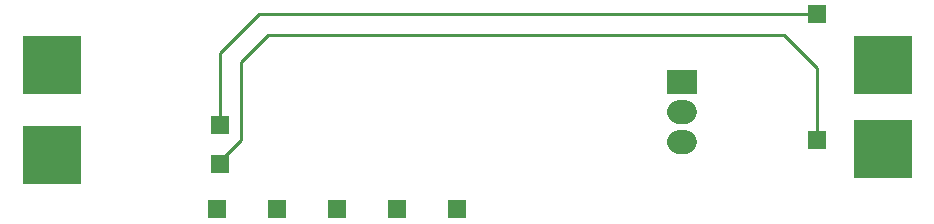
<source format=gbl>
G04 ---------------------------- Layer name :BOTTOM LAYER*
G04 EasyEDA v5.4.12, Tue, 22 May 2018 18:49:31 GMT*
G04 d7c983edca6a4b4588ebda3a34a87f28*
G04 Gerber Generator version 0.2*
G04 Scale: 100 percent, Rotated: No, Reflected: No *
G04 Dimensions in millimeters *
G04 leading zeros omitted , absolute positions ,3 integer and 3 decimal *
%FSLAX33Y33*%
%MOMM*%
G90*
G71D02*

%ADD10C,0.254000*%
%ADD21R,2.500000X2.000001*%
%ADD22R,1.574800X1.574800*%
%ADD23R,1.574800X1.575054*%
%ADD24R,4.999990X4.999990*%
%ADD25R,1.575054X1.575054*%
%ADD26C,2.000001*%

%LPD*%
G54D10*
G01X17780Y12954D02*
G01X17780Y19050D01*
G01X21082Y22352D01*
G01X68326Y22352D01*
G01X17780Y9652D02*
G01X17780Y9906D01*
G01X19558Y11684D01*
G01X19558Y18288D01*
G01X21844Y20574D01*
G01X65532Y20574D01*
G01X68326Y17780D01*
G01X68326Y11684D01*
G54D21*
G01X56896Y16637D03*
G54D22*
G01X27686Y5842D03*
G01X32766Y5842D03*
G01X22606Y5842D03*
G54D23*
G01X37846Y5842D03*
G54D22*
G01X17526Y5842D03*
G54D24*
G01X3556Y10414D03*
G01X3556Y18034D03*
G01X73914Y18034D03*
G01X73914Y10922D03*
G54D25*
G01X68326Y22352D03*
G01X17780Y12954D03*
G01X17780Y9652D03*
G01X68326Y11684D03*
G54D26*
G01X57145Y11557D02*
G01X56646Y11557D01*
G01X57145Y14097D02*
G01X56646Y14097D01*
M00*
M02*

</source>
